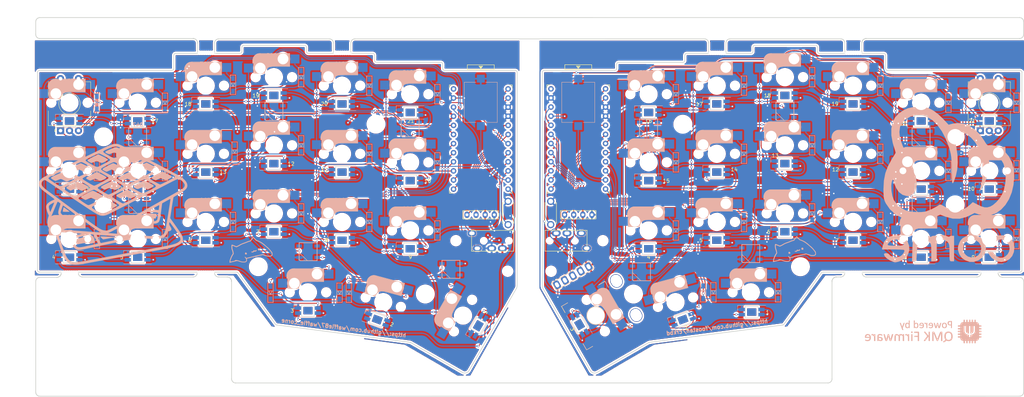
<source format=kicad_pcb>
(kicad_pcb (version 20211014) (generator pcbnew)

  (general
    (thickness 1.6)
  )

  (paper "A3")
  (title_block
    (title "Protorne")
    (date "2020-09-28")
    (rev "3.0.1")
    (company "Waffle Inc.")
  )

  (layers
    (0 "F.Cu" signal)
    (31 "B.Cu" signal)
    (32 "B.Adhes" user "B.Adhesive")
    (33 "F.Adhes" user "F.Adhesive")
    (34 "B.Paste" user)
    (35 "F.Paste" user)
    (36 "B.SilkS" user "B.Silkscreen")
    (37 "F.SilkS" user "F.Silkscreen")
    (38 "B.Mask" user)
    (39 "F.Mask" user)
    (40 "Dwgs.User" user "User.Drawings")
    (41 "Cmts.User" user "User.Comments")
    (42 "Eco1.User" user "User.Eco1")
    (43 "Eco2.User" user "User.Eco2")
    (44 "Edge.Cuts" user)
    (45 "Margin" user)
    (46 "B.CrtYd" user "B.Courtyard")
    (47 "F.CrtYd" user "F.Courtyard")
    (48 "B.Fab" user)
    (49 "F.Fab" user)
  )

  (setup
    (pad_to_mask_clearance 0.2)
    (aux_axis_origin 166.8645 95.15)
    (pcbplotparams
      (layerselection 0x00010f0_ffffffff)
      (disableapertmacros false)
      (usegerberextensions true)
      (usegerberattributes false)
      (usegerberadvancedattributes false)
      (creategerberjobfile false)
      (svguseinch false)
      (svgprecision 6)
      (excludeedgelayer true)
      (plotframeref false)
      (viasonmask false)
      (mode 1)
      (useauxorigin false)
      (hpglpennumber 1)
      (hpglpenspeed 20)
      (hpglpendiameter 15.000000)
      (dxfpolygonmode true)
      (dxfimperialunits true)
      (dxfusepcbnewfont true)
      (psnegative false)
      (psa4output false)
      (plotreference true)
      (plotvalue false)
      (plotinvisibletext false)
      (sketchpadsonfab false)
      (subtractmaskfromsilk false)
      (outputformat 1)
      (mirror false)
      (drillshape 0)
      (scaleselection 1)
      (outputdirectory "gerber/")
    )
  )

  (net 0 "")
  (net 1 "row0")
  (net 2 "Net-(D1-Pad2)")
  (net 3 "row1")
  (net 4 "Net-(D2-Pad2)")
  (net 5 "row2")
  (net 6 "Net-(D3-Pad2)")
  (net 7 "row3")
  (net 8 "Net-(D4-Pad2)")
  (net 9 "Net-(D5-Pad2)")
  (net 10 "Net-(D6-Pad2)")
  (net 11 "Net-(D7-Pad2)")
  (net 12 "Net-(D8-Pad2)")
  (net 13 "Net-(D9-Pad2)")
  (net 14 "Net-(D10-Pad2)")
  (net 15 "Net-(D11-Pad2)")
  (net 16 "Net-(D12-Pad2)")
  (net 17 "Net-(D13-Pad2)")
  (net 18 "Net-(D14-Pad2)")
  (net 19 "Net-(D15-Pad2)")
  (net 20 "Net-(D16-Pad2)")
  (net 21 "Net-(D17-Pad2)")
  (net 22 "Net-(D18-Pad2)")
  (net 23 "Net-(D19-Pad2)")
  (net 24 "Net-(D20-Pad2)")
  (net 25 "Net-(D21-Pad2)")
  (net 26 "GND")
  (net 27 "VCC")
  (net 28 "col0")
  (net 29 "col1")
  (net 30 "col2")
  (net 31 "col3")
  (net 32 "col4")
  (net 33 "col5")
  (net 34 "LED")
  (net 35 "reset")
  (net 36 "SCL")
  (net 37 "SDA")
  (net 38 "unconnected-(D44-Pad2)")
  (net 39 "Net-(D22-Pad2)")
  (net 40 "row0_r")
  (net 41 "Net-(D23-Pad2)")
  (net 42 "Net-(D24-Pad2)")
  (net 43 "Net-(D25-Pad2)")
  (net 44 "Net-(D26-Pad2)")
  (net 45 "Net-(D27-Pad2)")
  (net 46 "row1_r")
  (net 47 "Net-(D28-Pad2)")
  (net 48 "Net-(D29-Pad2)")
  (net 49 "Net-(D30-Pad2)")
  (net 50 "Net-(D31-Pad2)")
  (net 51 "Net-(D32-Pad2)")
  (net 52 "Net-(D33-Pad2)")
  (net 53 "row2_r")
  (net 54 "Net-(D34-Pad2)")
  (net 55 "Net-(D35-Pad2)")
  (net 56 "Net-(D36-Pad2)")
  (net 57 "Net-(D37-Pad2)")
  (net 58 "Net-(D38-Pad2)")
  (net 59 "Net-(D39-Pad2)")
  (net 60 "Net-(D40-Pad2)")
  (net 61 "row3_r")
  (net 62 "Net-(D41-Pad2)")
  (net 63 "Net-(D42-Pad2)")
  (net 64 "SDA_r")
  (net 65 "SCL_r")
  (net 66 "LED_r")
  (net 67 "reset_r")
  (net 68 "col0_r")
  (net 69 "col1_r")
  (net 70 "col2_r")
  (net 71 "col3_r")
  (net 72 "col4_r")
  (net 73 "col5_r")
  (net 74 "VDD")
  (net 75 "GNDA")
  (net 76 "unconnected-(D50-Pad2)")
  (net 77 "Net-(LED1-Pad2)")
  (net 78 "Net-(LED1-Pad4)")
  (net 79 "Net-(LED2-Pad4)")
  (net 80 "Net-(LED3-Pad2)")
  (net 81 "Net-(LED13-Pad2)")
  (net 82 "Net-(LED4-Pad2)")
  (net 83 "Net-(LED5-Pad4)")
  (net 84 "Net-(LED6-Pad2)")
  (net 85 "Net-(LED10-Pad4)")
  (net 86 "Net-(LED11-Pad2)")
  (net 87 "Net-(LED12-Pad4)")
  (net 88 "Net-(LED10-Pad2)")
  (net 89 "Net-(LED11-Pad4)")
  (net 90 "Net-(LED12-Pad2)")
  (net 91 "Net-(LED13-Pad4)")
  (net 92 "Net-(LED14-Pad2)")
  (net 93 "Net-(LED15-Pad4)")
  (net 94 "Net-(LED16-Pad2)")
  (net 95 "Net-(LED17-Pad4)")
  (net 96 "Net-(LED19-Pad4)")
  (net 97 "unconnected-(J7-Pad4)")
  (net 98 "unconnected-(U1-Pad24)")
  (net 99 "Net-(LED22-Pad2)")
  (net 100 "Net-(LED22-Pad4)")
  (net 101 "Net-(LED23-Pad4)")
  (net 102 "Net-(LED24-Pad2)")
  (net 103 "Net-(LED24-Pad4)")
  (net 104 "Net-(LED25-Pad4)")
  (net 105 "Net-(LED26-Pad2)")
  (net 106 "Net-(LED27-Pad4)")
  (net 107 "Net-(LED28-Pad2)")
  (net 108 "Net-(LED29-Pad4)")
  (net 109 "Net-(LED30-Pad2)")
  (net 110 "Net-(LED31-Pad4)")
  (net 111 "Net-(LED32-Pad2)")
  (net 112 "Net-(LED34-Pad2)")
  (net 113 "Net-(LED35-Pad4)")
  (net 114 "Net-(LED36-Pad2)")
  (net 115 "Net-(LED37-Pad2)")
  (net 116 "Net-(LED38-Pad4)")
  (net 117 "Net-(LED39-Pad2)")
  (net 118 "Net-(LED41-Pad4)")
  (net 119 "B1_AUDIO")
  (net 120 "B1_AUDIO_R")
  (net 121 "ENC_A")
  (net 122 "ENC_B")
  (net 123 "ENC_A_R")
  (net 124 "ENC_B_R")
  (net 125 "unconnected-(U2-Pad24)")
  (net 126 "Net-(D43-Pad2)")
  (net 127 "uglow")
  (net 128 "tx_R")
  (net 129 "Net-(D44-Pad4)")
  (net 130 "Net-(D45-Pad2)")
  (net 131 "Net-(D46-Pad4)")
  (net 132 "Net-(D47-Pad2)")
  (net 133 "Net-(D49-Pad2)")
  (net 134 "uglow_r")
  (net 135 "rx_R")
  (net 136 "Net-(D50-Pad4)")
  (net 137 "Net-(D51-Pad2)")
  (net 138 "Net-(D52-Pad4)")
  (net 139 "Net-(D53-Pad2)")
  (net 140 "rx_L")
  (net 141 "tx_L")

  (footprint "kbd:MJ-4PP-9_1side" (layer "F.Cu") (at 144.1345 74.292 -90))

  (footprint "kbd:OLED_1side" (layer "F.Cu") (at 130.9485 67.028))

  (footprint "kbd:ResetSW_1side" (layer "F.Cu") (at 142.4245 66.531 -90))

  (footprint "kbd:CherryMX_Hotswap" (layer "F.Cu") (at 39.1075 35.78))

  (footprint "kbd:CherryMX_Hotswap" (layer "F.Cu") (at 58.1075 31.03))

  (footprint "kbd:CherryMX_Hotswap" (layer "F.Cu") (at 77.1075 28.655))

  (footprint "kbd:CherryMX_Hotswap" (layer "F.Cu") (at 96.1075 31.03))

  (footprint "kbd:CherryMX_Hotswap" (layer "F.Cu") (at 20.1075 54.78))

  (footprint "kbd:CherryMX_Hotswap" (layer "F.Cu") (at 39.1075 54.78))

  (footprint "kbd:CherryMX_Hotswap" (layer "F.Cu") (at 58.1075 50.03))

  (footprint "kbd:CherryMX_Hotswap" (layer "F.Cu") (at 77.1075 47.655))

  (footprint "kbd:CherryMX_Hotswap" (layer "F.Cu") (at 96.1075 50.03))

  (footprint "kbd:CherryMX_Hotswap" (layer "F.Cu") (at 20.1075 73.78))

  (footprint "kbd:CherryMX_Hotswap" (layer "F.Cu") (at 39.1075 73.78))

  (footprint "kbd:CherryMX_Hotswap" (layer "F.Cu") (at 58.1075 69.03))

  (footprint "kbd:CherryMX_Hotswap" (layer "F.Cu") (at 77.1075 66.655))

  (footprint "kbd:CherryMX_Hotswap" (layer "F.Cu") (at 96.1075 69.03))

  (footprint "kbd:CherryMX_Hotswap" (layer "F.Cu") (at 115.1075 71.405))

  (footprint "kbd:CherryMX_Hotswap" (layer "F.Cu") (at 86.6075 88.655))

  (footprint "kbd:CherryMX_Hotswap" (layer "F.Cu") (at 107.6075 91.405 -15))

  (footprint "kbd:CherryMX_Hotswap_1.5u" (layer "F.Cu") (at 129.8575 95.155 60))

  (footprint "kbd:CherryMX_Hotswap_1.5u" (layer "F.Cu") (at 166.8645 95.15 -60))

  (footprint "kbd:MJ-4PP-9_1side" (layer "F.Cu") (at 152.5375 74.27 90))

  (footprint "kbd:OLED_1side" (layer "F.Cu") (at 158.1775 67.02))

  (footprint "kbd:ResetSW_1side" (layer "F.Cu") (at 154.3045 66.522 -90))

  (footprint "kbd:CherryMX_Hotswap" (layer "F.Cu") (at 219.6145 66.65))

  (footprint "kbd:CherryMX_Hotswap" (layer "F.Cu") (at 200.6145 69.025))

  (footprint "kbd:CherryMX_Hotswap" (layer "F.Cu") (at 181.6145 71.4))

  (footprint "kbd:CherryMX_Hotswap" (layer "F.Cu") (at 210.1145 88.65))

  (footprint "kbd:CherryMX_Hotswap" (layer "F.Cu") (at 189.1145 91.4 15))

  (footprint "kbd:CherryMX_Hotswap" (layer "F.Cu") (at 219.6145 28.65))

  (footprint "kbd:CherryMX_Hotswap" (layer "F.Cu") (at 200.6145 31.025))

  (footprint "kbd:CherryMX_Hotswap" (layer "F.Cu") (at 276.6145 54.775))

  (footprint "kbd:CherryMX_Hotswap" (layer "F.Cu") (at 238.6145 31.025))

  (footprint "kbd:CherryMX_Hotswap" (layer "F.Cu") (at 257.6145 54.775))

  (footprint "kbd:CherryMX_Hotswap" (layer "F.Cu") (at 257.6145 73.775))

  (footprint "kbd:CherryMX_Hotswap" (layer "F.Cu")
    (tedit 5F70BC32) (tstamp 00000000-0000-0000-0000-00005f186843)
    (at 238.6145 69.025)
    (property "Sheetfile" "corne-cherry.kicad_sch")
    (property "Sheetname" "")
    (path "/00000000-0000-0000-0000-00005c25f8f9")
    (attr through_hole)
    (fp_text reference "SW36" (at 7.1 8.2) (layer "F.Fab") hide
      (effects (font (size 1 1) (thickness 0.15)))
      (tstamp c74e2a39-35e5-4ff3-86bf-c745491123ca)
    )
    (fp_text value "SW_PUSH" (at -4.8 8.3) (layer "F.Fab") hide
      (effects (font (size 1 1) (thickness 0.15)))
      (tstamp 5e80e57e-2f45-47c4-b2cb-2a9615aac3fc)
    )
    (fp_line (start -5.9 -4.7) (end -5.9 -3.95) (layer "B.SilkS") (width 0.15) (tstamp 017c7f07-6849-4811-9622-b139566af68c))
    (fp_line (start -5.45 -1.3) (end -3 -1.3) (layer "B.SilkS") (width 0.5) (tstamp 12dba4c5-9200-4950-984f-c68a286135fa))
    (fp_line (start -5.9 -3.95) (end -5.7 -3.95) (layer "B.SilkS") (width 0.15) (tstamp 2309117b-dcd4-4347-8d23-2922d86056e3))
    (fp_line (start -5.8 -4.05) (end -5.8 -4.7) (layer "B.SilkS") (width 0.3) (tstamp 2
... [5630523 chars truncated]
</source>
